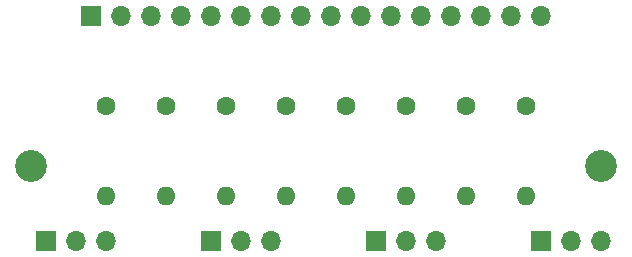
<source format=gbr>
G04 #@! TF.GenerationSoftware,KiCad,Pcbnew,(6.0.1)*
G04 #@! TF.CreationDate,2022-02-07T21:51:52+01:00*
G04 #@! TF.ProjectId,RC-LightDistribution,52432d4c-6967-4687-9444-697374726962,rev?*
G04 #@! TF.SameCoordinates,Original*
G04 #@! TF.FileFunction,Soldermask,Bot*
G04 #@! TF.FilePolarity,Negative*
%FSLAX46Y46*%
G04 Gerber Fmt 4.6, Leading zero omitted, Abs format (unit mm)*
G04 Created by KiCad (PCBNEW (6.0.1)) date 2022-02-07 21:51:52*
%MOMM*%
%LPD*%
G01*
G04 APERTURE LIST*
%ADD10C,1.600000*%
%ADD11O,1.600000X1.600000*%
%ADD12R,1.700000X1.700000*%
%ADD13O,1.700000X1.700000*%
%ADD14C,2.700000*%
G04 APERTURE END LIST*
D10*
G04 #@! TO.C,R7*
X157480000Y-90170000D03*
D11*
X157480000Y-97790000D03*
G04 #@! TD*
D10*
G04 #@! TO.C,R3*
X137160000Y-90170000D03*
D11*
X137160000Y-97790000D03*
G04 #@! TD*
D12*
G04 #@! TO.C,J1*
X121935000Y-101600000D03*
D13*
X124475000Y-101600000D03*
X127015000Y-101600000D03*
G04 #@! TD*
D10*
G04 #@! TO.C,R1*
X127000000Y-90170000D03*
D11*
X127000000Y-97790000D03*
G04 #@! TD*
D12*
G04 #@! TO.C,J4*
X149875000Y-101600000D03*
D13*
X152415000Y-101600000D03*
X154955000Y-101600000D03*
G04 #@! TD*
D14*
G04 #@! TO.C,H1*
X120650000Y-95250000D03*
G04 #@! TD*
D10*
G04 #@! TO.C,R2*
X132080000Y-90170000D03*
D11*
X132080000Y-97790000D03*
G04 #@! TD*
D12*
G04 #@! TO.C,J2*
X135905000Y-101600000D03*
D13*
X138445000Y-101600000D03*
X140985000Y-101600000D03*
G04 #@! TD*
D10*
G04 #@! TO.C,R8*
X162560000Y-90170000D03*
D11*
X162560000Y-97790000D03*
G04 #@! TD*
D12*
G04 #@! TO.C,J3*
X125730000Y-82550000D03*
D13*
X128270000Y-82550000D03*
X130810000Y-82550000D03*
X133350000Y-82550000D03*
X135890000Y-82550000D03*
X138430000Y-82550000D03*
X140970000Y-82550000D03*
X143510000Y-82550000D03*
X146050000Y-82550000D03*
X148590000Y-82550000D03*
X151130000Y-82550000D03*
X153670000Y-82550000D03*
X156210000Y-82550000D03*
X158750000Y-82550000D03*
X161290000Y-82550000D03*
X163830000Y-82550000D03*
G04 #@! TD*
D10*
G04 #@! TO.C,R4*
X142240000Y-90170000D03*
D11*
X142240000Y-97790000D03*
G04 #@! TD*
D10*
G04 #@! TO.C,R5*
X147320000Y-90170000D03*
D11*
X147320000Y-97790000D03*
G04 #@! TD*
D12*
G04 #@! TO.C,J5*
X163845000Y-101600000D03*
D13*
X166385000Y-101600000D03*
X168925000Y-101600000D03*
G04 #@! TD*
D10*
G04 #@! TO.C,R6*
X152400000Y-90170000D03*
D11*
X152400000Y-97790000D03*
G04 #@! TD*
D14*
G04 #@! TO.C,H2*
X168910000Y-95250000D03*
G04 #@! TD*
M02*

</source>
